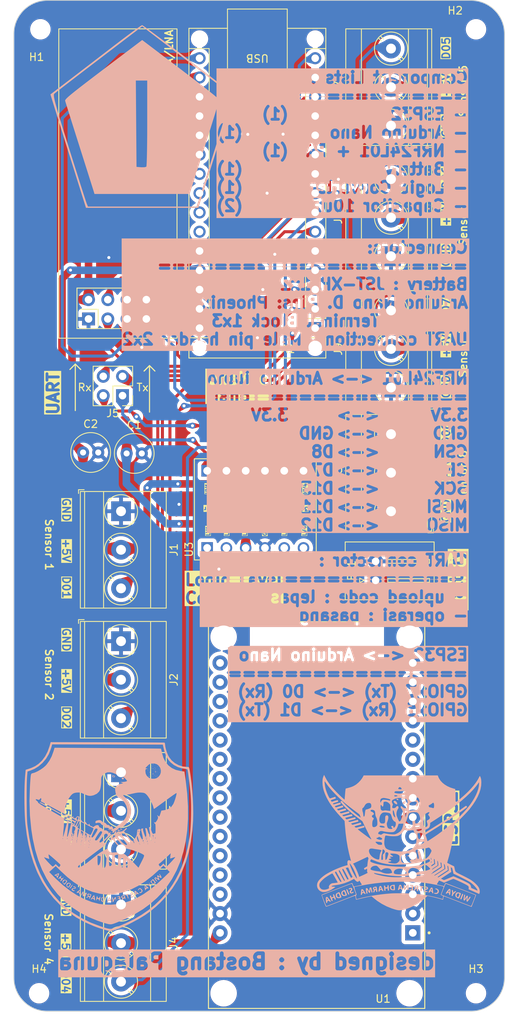
<source format=kicad_pcb>
(kicad_pcb (version 20221018) (generator pcbnew)
  (layers (0 "F.Cu" signal) (31 "B.Cu" signal) (34 "B.Paste" user) (35 "F.Paste" user) (36 "B.SilkS" user "B.Silkscreen") (37 "F.SilkS" user "F.Silkscreen") (38 "B.Mask" user) (39 "F.Mask" user) (44 "Edge.Cuts" user))
  (net 0 "")
  (net 1 "/3V3_ESP")
  (net 2 "Net-(J5-Pin_1)")
  (net 3 "Net-(J5-Pin_2)")
  (net 5 "/D1")
  (net 6 "/D0")
  (net 7 "/RESET")
  (net 8 "/D2")
  (net 9 "/D3")
  (net 10 "/D4")
  (net 11 "/D5")
  (net 12 "/D6")
  (net 13 "/D7")
  (net 14 "/D8")
  (net 15 "/D9")
  (net 16 "/D10")
  (net 17 "/D11")
  (net 18 "/D12")
  (net 19 "/D13")
  (net 20 "/AREF")
  (net 21 "/A0")
  (net 22 "/A1")
  (net 23 "/A2")
  (net 24 "/A3")
  (net 25 "/A4")
  (net 26 "/A5")
  (net 27 "/A6")
  (net 28 "/A7")
  (net 29 "/VIN_NANO")
  (net 30 "/ENABLE")
  (net 31 "/GPIX36")
  (net 32 "/GPIX39")
  (net 33 "/GPIX34")
  (net 34 "/GPIX35")
  (net 35 "/GPIO32")
  (net 36 "/GPIO33")
  (net 37 "/GPIO25")
  (net 38 "/GPIO26")
  (net 39 "/GPIO27")
  (net 40 "/GPIO14")
  (net 41 "/GPIO12")
  (net 42 "/GPIO13")
  (net 43 "/GPIO23")
  (net 44 "/GPIO22")
  (net 45 "/GPIO1")
  (net 46 "/GPIO3")
  (net 47 "/GPIO21")
  (net 48 "/GPIO19")
  (net 49 "/GPIO18")
  (net 50 "/GPIO5")
  (net 51 "/GPIO17")
  (net 52 "/GPIO16")
  (net 53 "/GPIO4")
  (net 54 "/GPIO2")
  (net 55 "/GPIO15")
  (net 56 "GND")
  (net 57 "+3V3")
  (net 58 "+5V")
  (footprint "Connector_PinHeader_2.54mm:PinHeader_2x02_P2.54mm_Vertical" (layer "F.Cu") (at 66.04 93.98 180)
    (fp_text reference "J5")
    (fp_text value "Conn_02x02_Counter_Clockwise")
  )
  (footprint "MountingHole:MountingHole_2.2mm_M2" (layer "F.Cu") (at 112.6236 45.72)
    (fp_text reference "H2")
    (fp_text value "MountingHole")
  )
  (footprint "TerminalBlock_Phoenix:TerminalBlock_Phoenix_MKDS-3-3-5.08_1x03_P5.08mm_Horizontal" (layer "F.Cu") (at 65.8416 126.3346 -90)
    (fp_text reference "J2")
    (fp_text value "Conn_01x03")
  )
  (footprint "TerminalBlock_Phoenix:TerminalBlock_Phoenix_MKDS-3-3-5.08_1x03_P5.08mm_Horizontal" (layer "F.Cu") (at 101.4222 109.22 90)
    (fp_text reference "J3")
    (fp_text value "Conn_01x03")
  )
  (footprint "TerminalBlock_Phoenix:TerminalBlock_Phoenix_MKDS-3-3-5.08_1x03_P5.08mm_Horizontal" (layer "F.Cu") (at 101.4222 92.9132 90)
    (fp_text reference "J9")
    (fp_text value "Conn_01x03")
  )
  (footprint "Connector_JST:JST_XH_S2B-XH-A-1_1x02_P2.50mm_Horizontal" (layer "F.Cu") (at 99.3944 118.3186 90)
    (fp_text reference "BT1")
    (fp_text value "Battery")
  )
  (footprint "TerminalBlock_Phoenix:TerminalBlock_Phoenix_MKDS-3-3-5.08_1x03_P5.08mm_Horizontal" (layer "F.Cu") (at 65.8416 161.031 -90)
    (fp_text reference "J4")
    (fp_text value "Conn_01x03")
  )
  (footprint "Module:Arduino_Nano_WithMountingHoles" (layer "F.Cu") (at 91.43 85.09 180)
    (fp_text reference "A1")
    (fp_text value "Arduino_Nano_v3.x")
  )
  (footprint "TerminalBlock_Phoenix:TerminalBlock_Phoenix_MKDS-3-3-5.08_1x03_P5.08mm_Horizontal" (layer "F.Cu") (at 65.8416 109.215 -90)
    (fp_text reference "J1")
    (fp_text value "Conn_01x03")
  )
  (footprint "TerminalBlock_Phoenix:TerminalBlock_Phoenix_MKDS-3-3-5.08_1x03_P5.08mm_Horizontal" (layer "F.Cu") (at 101.4222 58.42 90)
    (fp_text reference "J7")
    (fp_text value "Conn_01x03")
  )
  (footprint "Library:NRF24L01+PA_LNA" (layer "F.Cu") (at 61.5599 83.8785 90)
    (fp_text reference "U2" hide)
    (fp_text value "NRF24L01_Breakout")
  )
  (footprint "TerminalBlock_Phoenix:TerminalBlock_Phoenix_MKDS-3-3-5.08_1x03_P5.08mm_Horizontal" (layer "F.Cu") (at 65.8416 143.6066 -90)
    (fp_text reference "J6")
    (fp_text value "Conn_01x03")
  )
  (footprint "Capacitor_THT:C_Radial_D5.0mm_H11.0mm_P2.00mm" (layer "F.Cu") (at 66.58 101.6)
    (fp_text reference "C1")
    (fp_text value "10uF")
  )
  (footprint "MountingHole:MountingHole_2.2mm_M2" (layer "F.Cu") (at 112.6236 172.72)
    (fp_text reference "H3")
    (fp_text value "MountingHole")
  )
  (footprint "TerminalBlock_Phoenix:TerminalBlock_Phoenix_MKDS-3-3-5.08_1x03_P5.08mm_Horizontal" (layer "F.Cu") (at 101.4222 75.6158 90)
    (fp_text reference "J8")
    (fp_text value "Conn_01x03")
  )
  (footprint "Library:Logic_Level_Converter" (layer "F.Cu") (at 83.5406 108.966 90)
    (fp_text reference "U3")
    (fp_text value "BOB-12009")
  )
  (footprint "Capacitor_THT:C_Radial_D5.0mm_H11.0mm_P2.00mm" (layer "F.Cu") (at 60.8396 101.473)
    (fp_text reference "C2")
    (fp_text value "10uF")
  )
  (footprint "MountingHole:MountingHole_2.2mm_M2" (layer "F.Cu") (at 55.2196 45.72)
    (fp_text reference "H1")
    (fp_text value "MountingHole")
  )
  (footprint "MountingHole:MountingHole_2.2mm_M2" (layer "F.Cu") (at 55.0418 172.72)
    (fp_text reference "H4")
    (fp_text value "MountingHole")
  )
  (footprint "ESP32_DEVKIT_V1:MODULE_ESP32_DEVKIT_V1" (layer "F.Cu") (at 91.5924 149.245 180)
    (fp_text reference "U1")
    (fp_text value "ESP32-DEVKIT-V1")
  )
  (footprint "img:menwa" (layer "B.Cu") (at 102.5144 152.8572 180)
    (fp_text reference "G***" hide)
    (fp_text value "LOGO" hide)
  )
  (footprint "img:ekek" (layer "B.Cu") (at 64.262 152.0698 180)
    (fp_text reference "G***" hide)
    (fp_text value "LOGO" hide)
  )
  (footprint "img:yon1" (layer "B.Cu") (at 68.6308 57.785 180)
    (fp_text reference "G***" hide)
    (fp_text value "LOGO" hide)
  )
  (gr_line (start 59.817 95.9485) (end 59.817 89.8271) (stroke (width 0.15)) (layer "F.SilkS"))
  (gr_line (start 60.5282 90.5383) (end 59.817 89.8271) (stroke (width 0.15)) (layer "F.SilkS"))
  (gr_line (start 59.1058 90.5383) (end 59.817 89.8271) (stroke (width 0.15)) (layer "F.SilkS"))
  (gr_line (start 69.596 96.1517) (end 69.596 90.0303) (stroke (width 0.15)) (layer "F.SilkS"))
  (gr_line (start 68.8848 90.7415) (end 69.596 90.0303) (stroke (width 0.15)) (layer "F.SilkS"))
  (gr_line (start 69.596 90.0303) (end 68.8848 90.7415) (stroke (width 0.15)) (layer "F.SilkS"))
  (gr_line (start 70.3072 90.7415) (end 69.596 90.0303) (stroke (width 0.15)) (layer "F.SilkS"))
  (gr_line (start 51.7144 170.666336) (end 51.7144 46.3296) (stroke (width 0.1)) (layer "Edge.Cuts"))
  (gr_arc (start 56.134 175.085936) (mid 53.008852 173.791475) (end 51.7144 170.666336) (stroke (width 0.1)) (layer "Edge.Cuts"))
  (gr_line (start 116.381862 46.3296) (end 116.381862 170.666336) (stroke (width 0.1)) (layer "Edge.Cuts"))
  (gr_arc (start 111.962262 41.91) (mid 115.087405 43.204456) (end 116.381862 46.3296) (stroke (width 0.1)) (layer "Edge.Cuts"))
  (gr_line (start 56.134 41.91) (end 111.962262 41.91) (stroke (width 0.1)) (layer "Edge.Cuts"))
  (gr_line (start 56.134 175.085936) (end 111.962262 175.085936) (stroke (width 0.1)) (layer "Edge.Cuts"))
  (gr_arc (start 51.7144 46.3296) (mid 53.008862 43.204462) (end 56.134 41.91) (stroke (width 0.1)) (layer "Edge.Cuts"))
  (gr_arc (start 116.381862 170.666336) (mid 115.0874 173.791474) (end 111.962262 175.085936) (stroke (width 0.1)) (layer "Edge.Cuts"))
  (gr_text "designed by : Bostang Palaguna" (at 107.442 169.7228) (layer "B.SilkS" knockout) (effects (font (size 2 2) (thickness 0.5) bold) (justify left bottom mirror)))
  (gr_text "Component Lists :\n============\n- ESP32			(1)\n- Arduino Nano		(1)\n- NRF24L01 + PA	(1)\n- Battery			(1)\n- Logic Converter	(1)\n- Capacitor 10uF 	(2)" (at 111.76 69.85) (layer "B.SilkS" knockout) (effects (font (size 1.5 1.5) (thickness 0.375) bold) (justify left bottom mirror)))
  (gr_text "NRF24L01 <-> Arduino Nano\n==================\n3.3V 	<-> 	3.3V\nGND		<->	GND\nCSN		<->	D8\nCE		<->	D7\nSCK		<->	D13\nMOSI	<->	D11\nMISO	<->	D12\n" (at 111.76 111.9124) (layer "B.SilkS" knockout) (effects (font (size 1.5 1.5) (thickness 0.375) bold) (justify left bottom mirror)))
  (gr_text "UART connector :\n===================\n- upload code : lepas\n- operasi : pasang" (at 111.76 123.7996) (layer "B.SilkS" knockout) (effects (font (size 1.5 1.5) (thickness 0.375) bold) (justify left bottom mirror)))
  (gr_text "ESP32 <-> Arduino Nano\n=================\nGPIO17 (Tx) <-> D0 (Rx)\nGPIO16 (Rx) <-> D1 (Tx)" (at 111.76 136.271) (layer "B.SilkS" knockout) (effects (font (size 1.5 1.5) (thickness 0.375) bold) (justify left bottom mirror)))
  (gr_text "Connectors:\n======================\nBattery : JST-XH 1x2\nArduino Nano D. Pins: Phoenix \n		Terminal Block 1x3\nUART connection : Male pin header 2x2" (at 111.76 87.4268) (layer "B.SilkS" knockout) (effects (font (size 1.5 1.5) (thickness 0.375) bold) (justify left bottom mirror)))
  (gr_text "Sensor 7" (at 111.5314 91.7194 90) (layer "F.SilkS") (effects (font (size 1 1) (thickness 0.2) bold) (justify left bottom)))
  (gr_text "Sensor 6" (at 111.5314 74.3712 90) (layer "F.SilkS") (effects (font (size 1 1) (thickness 0.2) bold) (justify left bottom)))
  (gr_text "+5V" (at 58.039 129.8448 270) (layer "F.SilkS" knockout) (effects (font (size 1 1) (thickness 0.2) bold) (justify left bottom)))
  (gr_text "Sensor 8" (at 111.5314 108.077 90) (layer "F.SilkS") (effects (font (size 1 1) (thickness 0.2) bold) (justify left bottom)))
  (gr_text "GND" (at 58.039 107.3658 270) (layer "F.SilkS" knockout) (effects (font (size 1 1) (thickness 0.2) bold) (justify left bottom)))
  (gr_text "Sensor 4" (at 55.7022 162.0774 270) (layer "F.SilkS") (effects (font (size 1 1) (thickness 0.2) bold) (justify left bottom)))
  (gr_text "Arduino\nNano" (at 76.9366 94.9198) (layer "F.SilkS" knockout) (effects (font (size 1.5 1.5) (thickness 0.375) bold) (justify left bottom)))
  (gr_text "D08" (at 109.2708 100.5332 90) (layer "F.SilkS" knockout) (effects (font (size 1 1) (thickness 0.2) bold) (justify left bottom)))
  (gr_text "D02" (at 58.039 134.7724 270) (layer "F.SilkS" knockout) (effects (font (size 1 1) (thickness 0.2) bold) (justify left bottom)))
  (gr_text "Sensor 5" (at 111.5314 57.3532 90) (layer "F.SilkS") (effects (font (size 1 1) (thickness 0.2) bold) (justify left bottom)))
  (gr_text "Logic Level\nConverter" (at 74.0664 121.539) (layer "F.SilkS" knockout) (effects (font (size 1.5 1.5) (thickness 0.375) bold) (justify left bottom)))
  (gr_text "+5V" (at 57.9628 164.6936 270) (layer "F.SilkS" knockout) (effects (font (size 1 1) (thickness 0.2) bold) (justify left bottom)))
  (gr_text "D06" (at 109.2708 66.8274 90) (layer "F.SilkS" knockout) (effects (font (size 1 1) (thickness 0.2) bold) (justify left bottom)))
  (gr_text "Battery" (at 110.9726 122.5042 90) (layer "F.SilkS" knockout) (effects (font (size 1.5 1.5) (thickness 0.375) bold) (justify left bottom)))
  (gr_text "+5V" (at 109.2708 89.1032 90) (layer "F.SilkS" knockout) (effects (font (size 1 1) (thickness 0.2) bold) (justify left bottom)))
  (gr_text "Sensor 3" (at 55.753 144.399 270) (layer "F.SilkS") (effects (font (size 1 1) (thickness 0.2) bold) (justify left bottom)))
  (gr_text "UART" (at 57.785 96.6978 90) (layer "F.SilkS" knockout) (effects (font (size 1.5 1.5) (thickness 0.375) bold) (justify left bottom)))
  (gr_text "GND" (at 58.0136 141.6558 270) (layer "F.SilkS" knockout) (effects (font (size 1 1) (thickness 0.2) bold) (justify left bottom)))
  (gr_text "GND" (at 109.2708 94.4626 90) (layer "F.SilkS" knockout) (effects (font (size 1 1) (thickness 0.2) bold) (justify left bottom)))
  (gr_text "D05" (at 109.2708 49.8094 90) (layer "F.SilkS" knockout) (effects (font (size 1 1) (thickness 0.2) bold) (justify left bottom)))
  (gr_text "D01" (at 58.039 117.6528 -90) (layer "F.SilkS" knockout) (effects (font (size 1 1) (thickness 0.2) bold) (justify left bottom)))
  (gr_text "ESP32" (at 110.2614 153.4922 90) (layer "F.SilkS" knockout) (effects (font (size 1.5 1.5) (thickness 0.375) bold) (justify left bottom)))
  (gr_text "GND" (at 109.2708 110.8202 90) (layer "F.SilkS" knockout) (effects (font (size 1 1) (thickness 0.2) bold) (justify left bottom)))
  (gr_text "+5V" (at 109.2708 71.755 90) (layer "F.SilkS" knockout) (effects (font (size 1 1) (thickness 0.2) bold) (justify left bottom)))
  (gr_text "Sensor 1" (at 55.7784 110.109 270) (layer "F.SilkS") (effects (font (size 1 1) (thickness 0.2) bold) (justify left bottom)))
  (gr_text "Tx" (at 67.7926 93.4847) (layer "F.SilkS") (effects (font (size 1 1)) (justify left bottom)))
  (gr_text "GND" (at 109.2708 77.1144 90) (layer "F.SilkS" knockout) (effects (font (size 1 1) (thickness 0.2) bold) (justify left bottom)))
  (gr_text "Sensor 2" (at 55.7784 127.2286 270) (layer "F.SilkS") (effects (font (size 1 1) (thickness 0.2) bold) (justify left bottom)))
  (gr_text "+5V" (at 58.039 112.7252 270) (layer "F.SilkS" knockout) (effects (font (size 1 1) (thickness 0.2) bold) (justify left bottom)))
  (gr_text "D04" (at 57.9628 169.6212 270) (layer "F.SilkS" knockout) (effects (font (size 1 1) (thickness 0.2) bold) (justify left bottom)))
  (gr_text "GND" (at 57.9628 159.3342 270) (layer "F.SilkS" knockout) (effects (font (size 1 1) (thickness 0.2) bold) (justify left bottom)))
  (gr_text "+5V" (at 58.0136 147.0152 270) (layer "F.SilkS" knockout) (effects (font (size 1 1) (thickness 0.2) bold) (justify left bottom)))
  (gr_text "D07" (at 109.2708 84.1756 90) (layer "F.SilkS" knockout) (effects (font (size 1 1) (thickness 0.2) bold) (justify left bottom)))
  (gr_text "+5V" (at 109.2708 54.737 90) (layer "F.SilkS" knockout) (effects (font (size 1 1) (thickness 0.2) bold) (justify left bottom)))
  (gr_text "D03" (at 58.0136 151.9428 270) (layer "F.SilkS" knockout) (effects (font (size 1 1) (thickness 0.2) bold) (justify left bottom)))
  (gr_text "Rx" (at 60.0456 93.4847) (layer "F.SilkS") (effects (font (size 1 1)) (justify left bottom)))
  (gr_text "GND" (at 109.2708 60.0964 90) (layer "F.SilkS" knockout) (effects (font (size 1 1) (thickness 0.2) bold) (justify left bottom)))
  (gr_text "GND" (at 58.039 124.4854 270) (layer "F.SilkS" knockout) (effects (font (size 1 1) (thickness 0.2) bold) (justify left bottom)))
  (gr_text "+5V" (at 109.2708 105.4608 90) (layer "F.SilkS" knockout) (effects (font (size 1 1) (thickness 0.2) bold) (justify left bottom)))
  (segment (start 77.1906 101.7016) (end 75.311 99.822) (width 0.4) (layer "F.Cu") (net 2))
  (segment (start 77.1906 103.886) (end 77.1906 101.7016) (width 0.4) (layer "F.Cu") (net 2))
  (via (at 75.311 99.822) (size 0.8) (drill 0.4) (layers "F.Cu" "B.Cu") (net 2))
  (segment (start 66.0654 96.4438) (end 66.0654 94.0054) (width 0.4) (layer "B.Cu") (net 2))
  (segment (start 66.0654 94.0054) (end 66.04 93.98) (width 0.4) (layer "B.Cu") (net 2))
  (segment (start 75.311 99.822) (end 69.4436 99.822) (width 0.4) (layer "B.Cu") (net 2))
  (segment (start 69.4436 99.822) (end 66.0654 96.4438) (width 0.4) (layer "B.Cu") (net 2))
  (segment (start 76.4032 98.1202) (end 76.2254 97.9424) (width 0.4) (layer "F.Cu") (net 3))
  (segment (start 79.7306 103.886) (end 79.7306 101.4476) (width 0.4) (layer "F.Cu") (net 3))
  (segment (start 67.8688 96.7486) (end 67.1322 96.012) (width 0.4) (layer "F.Cu") (net 3))
  (segment (start 76.2254 97.9424) (end 75.2602 97.9424) (width 0.4) (layer "F.Cu") (net 3))
  (segment (start 64.1858 96.012) (end 63.5 95.3262) (width 0.4) (layer "F.Cu") (net 3))
  (segment (start 79.7306 101.4476) (end 76.4032 98.1202) (width 0.4) (layer "F.Cu") (net 3))
  (segment (start 63.5 95.3262) (end 63.5 93.98) (width 0.4) (layer "F.Cu") (net 3))
  (segment (start 67.1322 96.012) (end 64.1858 96.012) (width 0.4) (layer "F.Cu") (net 3))
  (via (at 67.8688 96.7486) (size 0.8) (drill 0.4) (layers "F.Cu" "B.Cu") (net 3))
  (via (at 75.2602 97.9424) (size 0.8) (drill 0.4) (layers "F.Cu" "B.Cu") (net 3))
  (segment (start 75.2602 97.9424) (end 69.0626 97.9424) (width 0.4) (layer "B.Cu") (net 3))
  (segment (start 69.0626 97.9424) (end 67.8688 96.7486) (width 0.4) (layer "B.Cu") (net 3))
  (segment (start 88.439445 85.7504) (end 88.4174 85.772445) (width 0.4) (layer "F.Cu") (net 5))
  (segment (start 70.6882 96.0882) (end 66.04 91.44) (width 0.4) (layer "F.Cu") (net 5))
  (segment (start 70.6882 114.5284) (end 70.6882 96.0882) (width 0.4) (layer "F.Cu") (net 5))
  (segment (start 85.6996 91.9734) (end 66.5734 91.9734) (width 0.4) (layer "F.Cu") (net 5))
  (segment (start 88.4174 85.772445) (end 88.4174 89.2556) (width 0.4) (layer "F.Cu") (net 5))
  (segment (start 65.8416 119.375) (end 70.6882 114.5284) (width 0.4) (layer "F.Cu") (net 5))
  (segment (start 88.4174 89.2556) (end 85.6996 91.9734) (width 0.4) (layer "F.Cu") (net 5))
  (segment (start 66.5734 91.9734) (end 66.04 91.44) (width 0.4) (layer "F.Cu") (net 5))
  (via (at 88.439445 85.7504) (size 0.8) (drill 0.4) (layers "F.Cu" "B.Cu") (net 5))
  (segment (start 88.439445 85.7504) (end 89.099845 85.09) (width 0.4) (layer "B.Cu") (net 5))
  (segment (start 89.099845 85.09) (end 91.43 85.09) (width 0.4) (layer "B.Cu") (net 5))
  (segment (start 88.4936 82.6516) (end 88.392 82.7532) (width 0.4) (layer "F.Cu") (net 6))
  (segment (start 84.3788 91.3638) (end 87.4776 88.265) (width 0.4) (layer "F.Cu") (net 6))
  (segment (start 63.5 91.44) (end 63.5 90.7034) (width 0.4) (layer "F.Cu") (net 6))
  (segment (start 70.0786 91.3638) (end 84.3788 91.3638) (width 0.4) (layer "F.Cu") (net 6))
  (segment (start 63.5 90.7034) (end 64.4398 89.7636) (width 0.4) (layer "F.Cu") (net 6))
  (segment (start 87.4776 83.6676) (end 88.392 82.7532) (width 0.4) (layer "F.Cu") (net 6))
  (segment (start 68.4784 89.7636) (end 70.0786 91.3638) (width 0.4) (layer "F.Cu") (net 6))
  (segment (start 64.4398 89.7636) (end 68.4784 89.7636) (width 0.4) (layer "F.Cu") (net 6))
  (segment (start 87.4776 88.265) (end 87.4776 83.6676) (width 0.4) (layer "F.Cu") (net 6))
  (segment (start 88.392 82.6516) (end 88.4936 82.6516) (width 0.4) (layer "F.Cu") (net 6))
  (segment (start 88.392 82.7532) (end 88.392 82.6516) (width 0.4) (layer "F.Cu") (net 6))
  (via (at 88.392 82.6516) (size 0.8) (drill 0.4) (layers "F.Cu" "B.Cu") (net 6))
  (segment (start 88.392 82.6516) (end 91.3284 82.6516) (width 0.4) (layer "B.Cu") (net 6))
  (segment (start 91.3284 82.6516) (end 91.43 82.55) (width 0.4) (layer "B.Cu") (net 6))
  (segment (start 88.6714 79.9846) (end 88.519 80.01) (width 0.4) (layer "F.Cu") (net 7))
  (segment (start 88.519 80.01) (end 88.4936 80.01) (width 0.4) (layer "F.Cu") (net 7))
  (segment (start 88.4682 80.01) (end 88.6714 79.9846) (width 0.4) (layer "F.Cu") (net 7))
  (segment (start 84.5312 80.01) (end 88.4682 80.01) (width 0.4) (layer "F.Cu") (net 7))
  (via (at 84.5312 80.01) (size 0.8) (drill 0.4) (layers "F.Cu" "B.Cu") (net 7))
  (via (at 88.6714 79.9846) (size 0.8) (drill 0.4) (layers "F.Cu" "B.Cu") (net 7))
  (segment (start 88.6714 79.9846) (end 91.4046 79.9846) (width 0.4) (layer "B.Cu") (net 7))
  (segment (start 76.19 80.01) (end 84.5312 80.01) (width 0.4) (layer "B.Cu") (net 7))
  (segment (start 91.4046 79.9846) (end 91.43 80.01) (width 0.4) (layer "B.Cu") (net 7))
  (segment (start 89.8398 88.8746) (end 89.8398 76.5202) (width 0.4) (layer "F.Cu") (net 8))
  (segment (start 86.0552 92.6592) (end 89.8398 88.8746) (width 0.4) (layer "F.Cu") (net 8))
  (segment (start 74.549 92.6592) (end 86.0552 92.6592) (width 0.4) (layer "F.Cu") (net 8))
  (segment (start 65.8416 136.4946) (end 71.2978 131.0384) (width 0.4) (layer "F.Cu") (net 8))
  (segment (start 71.2978 95.9104) (end 74.549 92.6592) (width 0.4) (layer "F.Cu") (net 8))
  (segment (start 89.8398 76.5202) (end 91.43 74.93) (width 0.4) (layer "F.Cu") (net 8))
  (segment (start 71.2978 131.0384) (end 71.2978 95.9104) (width 0.4) (layer "F.Cu") (net 8))
  (segment (start 72.2884 97.155) (end 74.1172 95.3262) (width 0.4) (layer "F.Cu") (net 9))
  (segment (start 86.106 73.6854) (end 87.4014 72.39) (width 0.4) (layer "F.Cu") (net 9))
  (segment (start 72.3138 149.5552) (end 72.3138 148.6916) (width 0.4) (layer "F.Cu") (net 9))
  (segment (start 68.1024 153.7666) (end 72.3138 149.5552) (width 0.4) (layer "F.Cu") (net 9))
  (segment (start 72.2884 148.6662) (end 72.2884 97.155) (width 0.4) (layer "F.Cu") (net 9))
  (segment (start 74.1172 95.3262) (end 74.1426 95.3262) (width 0.4) (layer "F.Cu") (net 9))
  (segment (start 74.1426 95.3008) (end 74.0664 95.377) (width 0.4) (layer "F.Cu") (net 9))
  (segment (start 87.4014 72.39) (end 91.43 72.39) (width 0.4) (layer "F.Cu") (net 9))
  (segment (start 72.3138 148.6916) (end 72.2884 148.6662) (width 0.4) (layer "F.Cu") (net 9))
  (segment (start 74.1426 95.3262) (end 74.1426 95.3008) (width 0.4) (layer "F.Cu") (net 9))
  (segment (start 65.8416 153.7666) (end 68.1024 153.7666) (width 0.4) (layer "F.Cu") (net 9))
  (segment (start 86.106 75.3618) (end 86.106 73.6854) (width 0.4) (layer "F.Cu") (net 9))
  (via (at 86.106 75.3618) (size 0.8) (drill 0.4) (layers "F.Cu" "B.Cu") (net 9))
  (via (at 74.1426 95.3262) (size 0.8) (drill 0.4) (layers "F.Cu" "B.Cu") (net 9))
  (segment (start 86.106 94.107) (end 86.106 75.3618) (width 0.4) (layer "B.Cu") (net 9))
  (segment (start 74.1426 95.3262) (end 84.8868 95.3262) (width 0.4) (layer "B.Cu") (net 9))
  (segment (start 84.8868 95.3262) (end 86.106 94.107) (width 0.4) (layer "B.Cu") (net 9))
  (segment (start 74.5998 164.9476) (end 68.6054 170.942) (width 0.4) (layer "B.Cu") (net 10))
  (segment (start 75.946 100.8126) (end 74.5998 102.1588) (width 0.4) (layer "B.Cu") (net 10))
  (segment (start 87.503 73.777) (end 87.503 97.9678) (width 0.4) (layer "B.Cu") (net 10))
  (segment (start 66.0906 170.942) (end 65.8416 171.191) (width 0.4) (layer "B.Cu") (net 10))
  (segment (start 74.5998 102.1588) (end 74.5998 164.9476) (width 0.4) (layer "B.Cu") (net 10))
  (segment (start 68.6054 170.942) (end 66.0906 170.942) (width 0.4) (layer "B.Cu") (net 10))
  (segment (start 87.503 97.9678) (end 84.6582 100.8126) (width 0.4) (layer "B.Cu") (net 10))
  (segment (start 84.6582 100.8126) (end 75.946 100.8126) (width 0.4) (layer "B.Cu") (net 10))
  (segment (start 91.43 69.85) (end 87.503 73.777) (width 0.4) (layer "B.Cu") (net 10))
  (segment (start 94.2848 67.31) (end 96.6724 67.31) (width 0.4) (layer "F.Cu") (net 11))
  (segment (start 96.6724 67.31) (end 97.4344 66.548) (width 0.4) (layer "F.Cu") (net 11))
  (via (at 97.4344 66.548) (size 0.8) (drill 0.4) (layers "F.Cu" "B.Cu") (net 11))
  (via (at 94.2848 67.31) (size 0.8) (drill 0.4) (layers "F.Cu" "B.Cu") (net 11))
  (segment (start 97.4344 49.8856) (end 99.187 48.133) (width 0.4) (layer "B.Cu") (net 11))
  (segment (start 99.187 48.133) (end 101.2952 48.133) (width 0.4) (layer "B.Cu") (net 11))
  (segment (start 97.4344 66.548) (end 97.4344 49.8856) (width 0.4) (layer "B.Cu") (net 11))
  (segment (start 101.2952 48.133) (end 101.4222 48.26) (width 0.4) (layer "B.Cu") (net 11))
  (segment (start 91.43 67.31) (end 94.2848 67.31) (width 0.4) (layer "B.Cu") (net 11))
  (segment (start 94.488 65.4812) (end 94.4626 65.4558) (width 0.4) (layer "F.Cu") (net 12))
  (segment (start 94.5134 65.4558) (end 94.488 65.4812) (width 0.4) (layer "F.Cu") (net 12))
  (segment (start 94.4626 65.4558) (end 94.4372 65.4558) (width 0.4) (layer "F.Cu") (net 12))
  (segment (start 101.4222 65.4558) (end 94.5134 65.4558) (width 0.4) (layer "F.Cu") (net 12))
  (via (at 94.488 65.4812) (size 0.8) (drill 0.4) (layers "F.Cu" "B.Cu") (net 12))
  (segment (start 94.488 65.4812) (end 92.1412 65.4812) (width 0.4) (layer "B.Cu") (net 12))
  (segment (start 92.1412 65.4812) (end 91.43 64.77) (width 0.4) (layer "B.Cu") (net 12))
  (segment (start 70.3834 90.7542) (end 82.169 90.7542) (width 0.4) (layer "F.Cu") (net 13))
  (segment (start 68.7928 89.1636) (end 70.3834 90.7542) (width 0.4) (layer "F.Cu") (net 13))
  (segment (start 82.169 90.7542) (end 82.7786 90.1446) (width 0.4) (layer "F.Cu") (net 13))
  (segment (start 82.7786 90.1446) (end 82.7786 75.9968) (width 0.4) (layer "F.Cu") (net 13))
  (segment (start 89.7382 62.992) (end 90.5002 62.23) (width 0.4) (layer "F.Cu") (net 13))
  (segment (start 64.0999 83.8785) (end 64.0999 87.5029) (width 0.4) (layer "F.Cu") (net 13))
  (segment (start 65.7606 89.1636) (end 68.7928 89.1636) (width 0.4) (layer "F.Cu") (net 13))
  (segment (start 82.7786 75.9968) (end 89.7382 69.0372) (width 0.4) (layer "F.Cu") (net 13))
  (segment (start 89.7382 69.0372) (end 89.7382 62.992) (width 0.4) (layer "F.Cu") (net 13))
  (segment (start 90.5002 62.23) (end 91.43 62.23) (width 0.4) (layer "F.Cu") (net 13))
  (segment (start 64.0999 87.5029) (end 65.7606 89.1636) (width 0.4) (layer "F.Cu") (net 13))
  (segment (start 95.631 64.516) (end 93.3704 62.2554) (width 0.4) (layer "B.Cu") (net 13))
  (segment (start 101.4222 82.7532) (end 95.631 76.962) (width 0.4) (layer "B.Cu") (net 13))
  (segment (start 91.4554 62.2554) (end 91.43 62.23) (width 0.4) (layer "B.Cu") (net 13))
  (segment (start 93.3704 62.2554) (end 91.4554 62.2554) (width 0.4) (layer "B.Cu") (net 13))
  (segment (start 95.631 76.962) (end 95.631 64.516) (width 0.4) (layer "B.Cu") (net 13))
  (segment (start 73.279 80.7212) (end 71.0438 78.486) (width 0.4) (layer "F.Cu") (net 14))
  (segment (start 74.1934 89.5096) (end 73.279 88.5952) (width 0.4) (layer "F.Cu") (net 14))
  (segment (start 65.8622 78.486) (end 64.0999 80.2483) (width 0.4) (layer "F.Cu") (net 14))
  (segment (start 93.3196 61.5796) (end 91.43 59.69) (width 0.4) (layer "F.Cu") (net 14))
  (segment (start 87.1982 59.5376) (end 87.2998 59.6392) (width 0.4) (layer "F.Cu") (net 14))
  (segment (start 73.279 88.5952) (end 73.279 80.7212) (width 0.4) (layer "F.Cu") (net 14))
  (segment (start 81.1784 88.0618) (end 79.7306 89.5096) (width 0.4) (layer "F.Cu") (net 14))
  (segment (start 79.7306 89.5096) (end 74.1934 89.5096) (width 0.4) (layer "F.Cu") (net 14))
  (segment (start 91.3792 59.6392) (end 91.43 59.69) (width 0.4) (layer "F.Cu") (net 14))
  (segment (start 82.55 59.563) (end 81.1784 60.9346) (width 0.4) (layer "F.Cu") (net 14))
  (segment (start 71.0438 78.486) (end 65.8622 78.486) (width 0.4) (layer "F.Cu") (net 14))
  (segment (start 81.1784 60.9346) (end 81.1784 88.0618) (width 0.4) (layer "F.Cu") (net 14))
  (segment (start 64.0999 80.2483) (end 64.0999 81.3385) (width 0.4) (layer "F.Cu") (net 14))
  (segment (start 101.4222 99.06) (end 93.3196 90.9574) (width 0.4) (layer "F.Cu") (net 14))
  (segment (start 93.3196 90.9574) (end 93.3196 61.5796) (width 0.4) (layer "F.Cu") (net 14))
  (segment (start 87.2998 59.6392) (end 91.3792 59.6392) (width 0.4) (layer "F.Cu") (net 14))
  (via (at 87.1982 59.5376) (size 0.8) (drill 0.4) (layers "F.Cu" "B.Cu") (net 14))
  (via (at 82.55 59.563) (size 0.8) (drill 0.4) (layers "F.Cu" "B.Cu") (net 14))
  (segment (start 82.55 59.563) (end 82.5754 59.5376) (width 0.4) (layer "B.Cu") (net 14))
  (segment (start 82.5754 59.5376) (end 87.1982 59.5376) (width 0.4) (layer "B.Cu") (net 14))
  (segment (start 82.042 89.1286) (end 82.042 61.458) (width 0.4) (layer "F.Cu") (net 17))
  (segment (start 67.7164 79.6544) (end 70.2818 79.6544) (width 0.4) (layer "F.Cu") (net 17))
  (segment (start 81.0514 90.1192) (end 82.042 89.1286) (width 0.4) (layer "F.Cu") (net 17))
  (segment (start 66.6399 81.3385) (end 66.6399 80.7309) (width 0.4) (layer "F.Cu") (net 17))
  (segment (start 70.2818 79.6544) (end 70.993 80.3656) (width 0.4) (layer "F.Cu") (net 17))
  (segment (start 66.6399 80.7309) (end 67.7164 79.6544) (width 0.4) (layer "F.Cu") (net 17))
  (segment (start 82.042 61.458) (end 91.43 52.07) (width 0.4) (layer "F.Cu") (net 17))
  (segment (start 70.993 80.3656) (end 70.993 89.2302) (width 0.4) (layer "F.Cu") (net 17))
  (segment (start 70.993 89.2302) (end 71.882 90.1192) (width 0.4) (layer "F.Cu") (net 17))
  (segment (start 71.882 90.1192) (end 81.0514 90.1192) (width 0.4) (layer "F.Cu") (net 17))
  (segment (start 84.328 74.2188) (end 89.3318 69.215) (width 0.4) (layer "B.Cu") (net 18))
  (segment (start 85.506 93.3608) (end 85.506 76.7176) (width 0.4) (layer "B.Cu") (net 18))
  (segment (start 72.9234 87.622) (end 72.9234 92.964) (width 0.4) (layer "B.Cu") (net 18))
  (segment (start 84.2772 94.5896) (end 85.506 93.3608) (width 0.4) (layer "B.Cu") (net 18))
  (segment (start 84.328 75.5396) (end 84.328 74.2188) (width 0.4) (layer "B.Cu") (net 18))
  (segment (start 89.3318 69.215) (end 89.3318 50.5206) (width 0.4) (layer "B.Cu") (net 18))
  (segment (start 74.549 94.5896) (end 84.2772 94.5896) (width 0.4) (layer "B.Cu") (net 18))
  (segment (start 90.3224 49.53) (end 91.43 49.53) (width 0.4) (layer "B.Cu") (net 18))
  (segment (start 85.506 76.7176) (end 84.328 75.5396) (width 0.4) (layer "B.Cu") (net 18))
  (segment (start 89.3318 50.5206) (end 90.3224 49.53) (width 0.4) (layer "B.Cu") (net 18))
  (segment (start 72.9234 92.964) (end 74.549 94.5896) (width 0.4) (layer "B.Cu") (net 18))
  (segment (start 69.1799 83.8785) (end 72.9234 87.622) (width 0.4) (layer "B.Cu") (net 18))
  (segment (start 58.0898 57.4294) (end 65.9892 49.53) (width 0.4) (layer "B.Cu") (net 19))
  (segment (start 58.0898 87.503) (end 58.0898 57.4294) (width 0.4) (layer "B.Cu") (net 19))
  (segment (start 64.643 88.773) (end 59.3598 88.773) (width 0.4) (layer "B.Cu") (net 19))
  (segment (start 65.9892 49.53) (end 76.19 49.53) (width 0.4) (layer "B.Cu") (net 19))
  (segment (start 59.3598 88.773) (end 58.0898 87.503) (width 0.4) (layer "B.Cu") (net 19))
  (segment (start 66.6399 86.7761) (end 64.643 88.773) (width 0.4) (layer "B.Cu") (net 19))
  (segment (start 66.6399 83.8785) (end 66.6399 86.7761) (width 0.4) (layer "B.Cu") (net 19))
  (segment (start 101.4222 148.9964) (end 101.4222 123.6218) (width 0.4) (layer "F.Cu") (net 51))
  (segment (start 104.2924 149.86) (end 102.2858 149.86) (width 0.4) (layer "F.Cu") (net 51))
  (segment (start 78.5368 122.9106) (end 77.0382 121.412) (width 0.4) (layer "F.Cu") (net 51))
  (segment (start 100.711 122.9106) (end 78.5368 122.9106) (width 0.4) (layer "F.Cu") (net 51))
  (segment (start 77.0382 121.412) (end 77.0382 114.1984) (width 0.4) (layer "F.Cu") (net 51))
  (segment (start 77.0382 114.1984) (end 77.1906 114.046) (width 0.4) (layer "F.Cu") (net 51))
  (segment (start 102.2858 149.86) (end 101.4222 148.9964) (width 0.4) (layer "F.Cu") (net 51))
  (segment (start 101.4222 123.6218) (end 100.711 122.9106) (width 0.4) (layer "F.Cu") (net 51))
  (segment (start 106.7562 149.9362) (end 104.2924 152.4) (width 0.4) (layer "F.Cu") (net 52))
  (segment (start 79.7306 114.046) (end 79.7306 121.6248) (width 0.4) (layer "F.Cu") (net 52))
  (segment (start 79.7306 121.6248) (end 80.4164 122.3106) (width 0.4) (layer "F.Cu") (net 52))
  (segment (start 80.4164 122.3106) (end 105.2672 122.3106) (width 0.4) (layer "F.Cu") (net 52))
  (segment (start 106.7562 123.7996) (end 106.7562 149.9362) (width 0.4) (layer "F.Cu") (net 52))
  (segment (start 105.2672 122.3106) (end 106.7562 123.7996) (width 0.4) (layer "F.Cu") (net 52))
  (via (at 85.09 67.31) (size 0.8) (drill 0.4) (layers "F.Cu" "B.Cu") (net 56))
  (via (at 78.74 116.84) (size 0.8) (drill 0.4) (layers "F.Cu" "B.Cu") (net 56))
  (via (at 83.82 86.36) (size 0.8) (drill 0.4) (layers "F.Cu" "B.Cu") (net 56))
  (via (at 68.58 87.63) (size 0.8) (drill 0.4) (layers "F.Cu" "B.Cu") (net 56))
  (via (at 73.4822 108.3056) (size 0.8) (drill 0.4) (layers "F.Cu" "B.Cu") (net 56))
  (via (at 64.2366 75.7936) (size 0.8) (drill 0.4) (layers "F.Cu" "B.Cu") (net 56))
  (segment (start 59.3852 81.9912) (end 59.3852 95.0468) (width 1) (layer "F.Cu") (net 57))
  (segment (start 82.2706 114.046) (end 82.2706 112.141) (width 1) (layer "F.Cu") (net 57))
  (segment (start 76.063 52.197) (end 76.19 52.07) (width 1) (layer "F.Cu") (net 57))
  (segment (start 68.6308 52.197) (end 76.063 52.197) (width 1) (layer "F.Cu") (net 57))
  (segment (start 61.5599 59.2679) (end 68.6308 52.197) (width 1) (layer "F.Cu") (net 57))
  (segment (start 59.3852 95.0468) (end 61.4934 97.155) (width 1) (layer "F.Cu") (net 57))
  (segment (start 81.026 110.8964) (end 73.4822 110.871) (width 1) (layer "F.Cu") (net 57))
  (segment (start 60.0379 81.3385) (end 59.3852 81.9912) (width 1) (layer "F.Cu") (net 57))
  (segment (start 64.643 97.155) (end 66.58 99.092) (width 1) (layer "F.Cu") (net 57))
  (segment (start 61.5599 81.3385) (end 61.5599 59.2679) (width 1) (layer "F.Cu") (net 57))
  (segment (start 66.58 99.092) (end 66.58 101.6) (width 1) (layer "F.Cu") (net 57))
  (segment (start 61.4934 97.155) (end 64.643 97.155) (width 1) (layer "F.Cu") (net 57))
  (segment (start 82.2706 112.141) (end 81.026 110.8964) (width 1) (layer "F.Cu") (net 57))
  (segment (start 61.5599 81.3385) (end 60.0379 81.3385) (width 1) (layer "F.Cu") (net 57))
  (via (at 73.4822 110.871) (size 0.8) (drill 0.4) (layers "F.Cu" "B.Cu") (net 57))
  (segment (start 66.548 105.5624) (end 66.548 101.632) (width 1) (layer "B.Cu") (net 57))
  (segment (start 73.4822 110.871) (end 71.8566 110.871) (width 1) (layer "B.Cu") (net 57))
  (segment (start 66.548 101.632) (end 66.58 101.6) (width 1) (layer "B.Cu") (net 57))
  (segment (start 71.8566 110.871) (end 66.548 105.5624) (width 1) (layer "B.Cu") (net 57))
  (segment (start 61.8236 133.0198) (end 61.8236 147.0406) (width 1) (layer "F.Cu") (net 58))
  (segment (start 62.0268 149.987) (end 63.3984 148.6154) (width 1) (layer "F.Cu") (net 58))
  (segment (start 60.8396 111.5888) (end 63.3476 114.0968) (width 1) (layer "F.Cu") (net 58))
  (segment (start 105.3846 54.3306) (end 104.394 53.34) (width 1) (layer "F.Cu") (net 58))
  (segment (start 103.0732 104.14) (end 105.4862 101.727) (width 1) (layer "F.Cu") (net 58))
  (segment (start 58.0644 78.5622) (end 59.182 77.4446) (width 1) (layer "F.Cu") (net 58))
  (segment (start 60.8396 101.473) (end 58.0644 98.6978) (width 1) (layer "F.Cu") (net 58))
  (segment (start 102.2404 118.3186) (end 99.3944 118.3186) (width 1) (layer "F.Cu") (net 58))
  (segment (start 63.1648 131.4146) (end 61.7982 130.048) (width 1) (layer "F.Cu") (net 58))
  (segment (start 82.2706 103.886) (end 82.2706 105.1052) (width 1) (layer "F.Cu") (net 58))
  (segment (start 61.8236 147.0406) (end 63.3984 148.6154) (width 1) (layer "F.Cu") (net 58))
  (segment (start 65.8416 166.111) (end 77.8814 166.111) (width 1) (layer "F.Cu") (net 58))
  (segment (start 81.7626 105.6132) (end 82.2706 105.1052) (width 1) (layer "F.Cu") (net 58))
  (segment (start 101.4222 87.8332) (end 103.4796 87.8332) (width 1) (layer "F.Cu") (net 58))
  (segment (start 105.2576 86.0552) (end 105.2576 71.8312) (width 1) (layer "F.Cu") (net 58))
  (segment (start 63.4696 148.6866) (end 65.8416 148.6866) (width 1) (layer "F.Cu") (net 58))
  (segment (start 104.394 53.34) (end 101.4222 53.34) (width 1) (layer "F.Cu") (net 58))
  (segment (start 64.1808 166.111) (end 62.0268 163.957) (width 1) (layer "F.Cu") (net 58))
  (segment (start 101.4222 104.14) (end 105.6386 108.3564) (width 1) (layer "F.Cu") (net 58))
  (segment (start 105.4862 101.727) (end 105.4862 89.281) (width 1) (layer "F.Cu") (net 58))
  (segment (start 105.6386 108.3564) (end 105.6386 114.8588) (width 1) (layer "F.Cu") (net 58))
  (segment (start 99.1362 106.426) (end 101.4222 104.14) (width 1) (layer "F.Cu") (net 58))
  (segment (start 103.4796 87.8332) (end 105.2576 86.0552) (width 1) (layer "F.Cu") (net 58))
  (segment (start 65.8416 166.111) (end 64.1808 166.111) (width 1) (layer "F.Cu") (net 58))
  (segment (start 65.8416 131.4146) (end 63.1648 131.4146) (width 1) (layer "F.Cu") (net 58))
  (segment (start 62.0268 163.957) (end 62.0268 149.987) (width 1) (layer "F.Cu") (net 58))
  (segment (start 105.6386 114.8588) (end 102.2096 118.2878) (width 1) (layer "F.Cu") (net 58))
  (segment (start 103.9114 70.5358) (end 105.3846 69.0626) (width 1) (layer "F.Cu") (net 58))
  (segment (start 105.3846 69.0626) (end 105.3846 54.3306) (width 1) (layer "F.Cu") (net 58))
  (segment (start 69.2912 106.1212) (end 69.2912 112.5982) (width 1) (layer "F.Cu") (net 58))
  (segment (start 77.8814 166.111) (end 78.8924 165.1) (width 1) (layer "F.Cu") (net 58))
  (segment (start 82.2706 105.1052) (end 83.5914 106.426) (width 1) (layer "F.Cu") (net 58))
  (segment (start 63.3984 148.6154) (end 63.4696 148.6866) (width 1) (layer "F.Cu") (net 58))
  (segment (start 73.3298 105.6132) (end 81.7626 105.6132) (width 1) (layer "F.Cu") (net 58))
  (segment (start 61.7982 130.048) (end 61.7982 115.6462) (width 1) (layer "F.Cu") (net 58))
  (segment (start 101.5746 87.6808) (end 101.4222 87.8332) (width 1) (layer "F.Cu") (net 58))
  (segment (start 104.1146 70.5866) (end 101.473 70.5866) (width 1) (layer "F.Cu") (net 58))
  (segment (start 65.8416 131.4146) (end 63.4288 131.4146) (width 1) (layer "F.Cu") (net 58))
  (segment (start 83.5914 106.426) (end 99.1362 106.426) (width 1) (layer "F.Cu") (net 58))
  (segment (start 69.2912 112.5982) (end 67.5944 114.295) (width 1) (layer "F.Cu") (net 58))
  (segment (start 102.2096 118.2878) (end 102.2404 118.3186) (width 1) (layer "F.Cu") (net 58))
  (segment (start 101.4222 104.14) (end 103.0732 104.14) (width 1) (layer "F.Cu") (net 58))
  (segment (start 58.0644 98.6978) (end 58.0644 78.5622) (width 1) (layer "F.Cu") (net 58))
  (segment (start 63.3476 114.0968) (end 65.6434 114.0968) (width 1) (layer "F.Cu") (net 58))
  (segment (start 105.3084 71.7804) (end 104.1146 70.5866) (width 1) (layer "F.Cu") (net 58))
  (segment (start 105.2576 71.8312) (end 105.3084 71.7804) (width 1) (layer "F.Cu") (net 58))
  (segment (start 60.8396 101.473) (end 60.8396 111.5888) (width 1) (layer "F.Cu") (net 58))
  (segment (start 65.6434 114.0968) (end 65.8416 114.295) (width 1) (layer "F.Cu") (net 58))
  (segment (start 61.7982 115.6462) (end 63.3476 114.0968) (width 1) (layer "F.Cu") (net 58))
  (segment (start 101.4222 70.5358) (end 103.9114 70.5358) (width 1) (layer "F.Cu") (net 58))
  (segment (start 103.886 87.6808) (end 101.5746 87.6808) (width 1) (layer "F.Cu") (net 58))
  (segment (start 101.473 70.5866) (end 101.4222 70.5358) (width 1) (layer "F.Cu") (net 58))
  (segment (start 67.5944 114.295) (end 65.8416 114.295) (width 1) (layer "F.Cu") (net 58))
  (segment (start 105.4862 89.281) (end 103.886 87.6808) (width 1) (layer "F.Cu") (net 58))
  (segment (start 63.4288 131.4146) (end 61.8236 133.0198) (width 1) (layer "F.Cu") (net 58))
  (via (at 59.182 77.4446) (size 0.8) (drill 0.4) (layers "F.Cu" "B.Cu") (net 58))
  (via (at 69.2912 106.1212) (size 0.8) (drill 0.4) (layers "F.Cu" "B.Cu") (net 58))
  (via (at 73.3298 105.6132) (size 0.8) (drill 0.4) (layers "F.Cu" "B.Cu") (net 58))
  (segment (start 59.182 77.4446) (end 59.182 77.47) (width 1) (layer "B.Cu") (net 58))
  (segment (start 69.7992 105.6132) (end 73.3298 105.6132) (width 1) (layer "B.Cu") (net 58))
  (segment (start 59.2074 77.47) (end 59.182 77.4446) (width 1) (layer "B.Cu") (net 58))
  (segment (start 69.2912 106.1212) (end 69.7992 105.6132) (width 1) (layer "B.Cu") (net 58))
  (segment (start 76.19 77.47) (end 59.2074 77.47) (width 1) (layer "B.Cu") (net 58))
  (zone (net 56) (net_name "GND") (layers "F&B.Cu") (connect_pads (clearance 0.5)) (min_thickness 0.25) (fill yes (thermal_gap 0.5) (thermal_bridge_width 0.5))
    (polygon (pts (xy 50.8 41.91) (xy 116.84 41.91) (xy 116.84 176.53) (xy 50.8 176.53)))
  )
)
</source>
